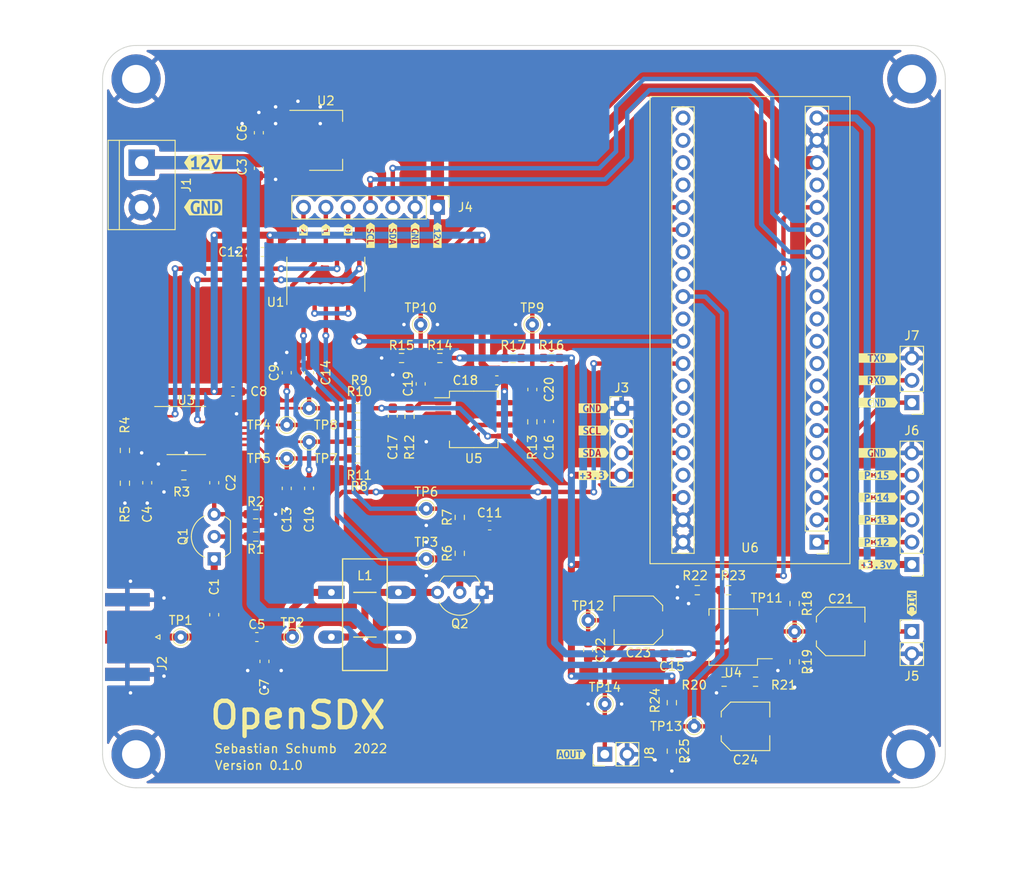
<source format=kicad_pcb>
(kicad_pcb (version 20211014) (generator pcbnew)

  (general
    (thickness 1.6)
  )

  (paper "A4")
  (title_block
    (comment 4 "AISLER Project ID: TRKRFPJH")
  )

  (layers
    (0 "F.Cu" signal)
    (31 "B.Cu" signal)
    (32 "B.Adhes" user "B.Adhesive")
    (33 "F.Adhes" user "F.Adhesive")
    (34 "B.Paste" user)
    (35 "F.Paste" user)
    (36 "B.SilkS" user "B.Silkscreen")
    (37 "F.SilkS" user "F.Silkscreen")
    (38 "B.Mask" user)
    (39 "F.Mask" user)
    (40 "Dwgs.User" user "User.Drawings")
    (41 "Cmts.User" user "User.Comments")
    (42 "Eco1.User" user "User.Eco1")
    (43 "Eco2.User" user "User.Eco2")
    (44 "Edge.Cuts" user)
    (45 "Margin" user)
    (46 "B.CrtYd" user "B.Courtyard")
    (47 "F.CrtYd" user "F.Courtyard")
    (48 "B.Fab" user)
    (49 "F.Fab" user)
    (50 "User.1" user)
    (51 "User.2" user)
    (52 "User.3" user)
    (53 "User.4" user)
    (54 "User.5" user)
    (55 "User.6" user)
    (56 "User.7" user)
    (57 "User.8" user)
    (58 "User.9" user)
  )

  (setup
    (stackup
      (layer "F.SilkS" (type "Top Silk Screen"))
      (layer "F.Paste" (type "Top Solder Paste"))
      (layer "F.Mask" (type "Top Solder Mask") (thickness 0.01))
      (layer "F.Cu" (type "copper") (thickness 0.035))
      (layer "dielectric 1" (type "core") (thickness 1.51) (material "FR4") (epsilon_r 4.5) (loss_tangent 0.02))
      (layer "B.Cu" (type "copper") (thickness 0.035))
      (layer "B.Mask" (type "Bottom Solder Mask") (thickness 0.01))
      (layer "B.Paste" (type "Bottom Solder Paste"))
      (layer "B.SilkS" (type "Bottom Silk Screen"))
      (copper_finish "None")
      (dielectric_constraints no)
    )
    (pad_to_mask_clearance 0)
    (pcbplotparams
      (layerselection 0x00010fc_ffffffff)
      (disableapertmacros false)
      (usegerberextensions false)
      (usegerberattributes true)
      (usegerberadvancedattributes true)
      (creategerberjobfile true)
      (svguseinch false)
      (svgprecision 6)
      (excludeedgelayer true)
      (plotframeref false)
      (viasonmask false)
      (mode 1)
      (useauxorigin false)
      (hpglpennumber 1)
      (hpglpenspeed 20)
      (hpglpendiameter 15.000000)
      (dxfpolygonmode true)
      (dxfimperialunits true)
      (dxfusepcbnewfont true)
      (psnegative false)
      (psa4output false)
      (plotreference true)
      (plotvalue true)
      (plotinvisibletext false)
      (sketchpadsonfab false)
      (subtractmaskfromsilk false)
      (outputformat 1)
      (mirror false)
      (drillshape 1)
      (scaleselection 1)
      (outputdirectory "")
    )
  )

  (net 0 "")
  (net 1 "Net-(C1-Pad2)")
  (net 2 "Net-(Q1-Pad2)")
  (net 3 "Net-(C2-Pad1)")
  (net 4 "GND")
  (net 5 "Net-(Q2-Pad2)")
  (net 6 "Net-(L1-Pad2)")
  (net 7 "RF")
  (net 8 "Net-(C5-Pad2)")
  (net 9 "Net-(C9-Pad1)")
  (net 10 "Net-(C13-Pad1)")
  (net 11 "Net-(R7-Pad2)")
  (net 12 "Net-(C10-Pad1)")
  (net 13 "Net-(C14-Pad1)")
  (net 14 "ADC_Q")
  (net 15 "ADC_I")
  (net 16 "Net-(C21-Pad1)")
  (net 17 "A_OUT")
  (net 18 "ADC_MIC")
  (net 19 "Net-(J8-Pad1)")
  (net 20 "CLK0")
  (net 21 "Net-(U1-Pad8)")
  (net 22 "CLK1")
  (net 23 "Net-(U1-Pad10)")
  (net 24 "BIAS_PWM")
  (net 25 "+5V")
  (net 26 "+12V")
  (net 27 "unconnected-(U3-Pad3)")
  (net 28 "unconnected-(U3-Pad4)")
  (net 29 "unconnected-(U3-Pad5)")
  (net 30 "unconnected-(U3-Pad6)")
  (net 31 "unconnected-(U3-Pad7)")
  (net 32 "Net-(C2-Pad2)")
  (net 33 "Net-(C24-Pad2)")
  (net 34 "Net-(R20-Pad1)")
  (net 35 "Net-(C23-Pad1)")
  (net 36 "Net-(R22-Pad1)")
  (net 37 "Net-(C17-Pad2)")
  (net 38 "Net-(R11-Pad2)")
  (net 39 "Net-(C17-Pad1)")
  (net 40 "SDA_PLL")
  (net 41 "SCL_PLL")
  (net 42 "RX_EN")
  (net 43 "unconnected-(U6-Pad11)")
  (net 44 "unconnected-(U6-Pad12)")
  (net 45 "SDA_DISP")
  (net 46 "SCL_DISP")
  (net 47 "unconnected-(U6-Pad21)")
  (net 48 "unconnected-(U6-Pad22)")
  (net 49 "unconnected-(U6-Pad30)")
  (net 50 "+3.3V")
  (net 51 "unconnected-(U6-Pad37)")
  (net 52 "Net-(J6-Pad3)")
  (net 53 "Net-(C16-Pad1)")
  (net 54 "Net-(R9-Pad2)")
  (net 55 "Net-(C16-Pad2)")
  (net 56 "Net-(C4-Pad1)")
  (net 57 "Net-(C11-Pad1)")
  (net 58 "Net-(C21-Pad2)")
  (net 59 "CLK2")
  (net 60 "Net-(J6-Pad2)")
  (net 61 "Net-(J6-Pad4)")
  (net 62 "Net-(J6-Pad5)")
  (net 63 "unconnected-(U6-Pad5)")
  (net 64 "unconnected-(U6-Pad34)")
  (net 65 "unconnected-(U6-Pad33)")
  (net 66 "unconnected-(U6-Pad8)")
  (net 67 "unconnected-(U6-Pad13)")
  (net 68 "unconnected-(U6-Pad9)")
  (net 69 "unconnected-(U6-Pad10)")
  (net 70 "unconnected-(U6-Pad28)")
  (net 71 "unconnected-(U6-Pad27)")
  (net 72 "unconnected-(U6-Pad24)")
  (net 73 "unconnected-(U6-Pad17)")
  (net 74 "unconnected-(U6-Pad23)")
  (net 75 "Net-(U1-Pad1)")
  (net 76 "Net-(U1-Pad3)")
  (net 77 "Net-(J7-Pad1)")
  (net 78 "Net-(J7-Pad2)")

  (footprint "MountingHole:MountingHole_3.2mm_M3_DIN965_Pad_TopBottom" (layer "F.Cu") (at 54.61 131.445))

  (footprint "Capacitor_SMD:C_0603_1608Metric_Pad1.08x0.95mm_HandSolder" (layer "F.Cu") (at 63.5 115.57 90))

  (footprint "TestPoint:TestPoint_THTPad_D1.5mm_Drill0.7mm" (layer "F.Cu") (at 118.11 128.27))

  (footprint "TestPoint:TestPoint_THTPad_D1.5mm_Drill0.7mm" (layer "F.Cu") (at 129.54 117.475))

  (footprint "Resistor_SMD:R_0603_1608Metric_Pad0.98x0.95mm_HandSolder" (layer "F.Cu") (at 79.815 92.075))

  (footprint "Capacitor_SMD:C_0603_1608Metric_Pad1.08x0.95mm_HandSolder" (layer "F.Cu") (at 69.215 120.8775 -90))

  (footprint "Resistor_SMD:R_0603_1608Metric_Pad0.98x0.95mm_HandSolder" (layer "F.Cu") (at 85.725 92.9875 90))

  (footprint "Resistor_SMD:R_0603_1608Metric_Pad0.98x0.95mm_HandSolder" (layer "F.Cu") (at 101.8775 86.36))

  (footprint "kibuzzard-63972C1C" (layer "F.Cu") (at 139.065 99.695))

  (footprint "Resistor_SMD:R_0603_1608Metric_Pad0.98x0.95mm_HandSolder" (layer "F.Cu") (at 129.54 114.3 -90))

  (footprint "Connector_PinHeader_2.54mm:PinHeader_1x07_P2.54mm_Vertical" (layer "F.Cu") (at 88.9 69.215 -90))

  (footprint "kibuzzard-63972ADE" (layer "F.Cu") (at 104.14 131.445))

  (footprint "kibuzzard-639729AB" (layer "F.Cu") (at 73.66 71.755 -90))

  (footprint "Resistor_SMD:R_0603_1608Metric_Pad0.98x0.95mm_HandSolder" (layer "F.Cu") (at 68.2225 104.14))

  (footprint "Package_SO:SO-8_5.3x6.2mm_P1.27mm" (layer "F.Cu") (at 93.0275 93.345))

  (footprint "Connector_Coaxial:SMA_Amphenol_132289_EdgeMount" (layer "F.Cu") (at 53.6225 118.11 180))

  (footprint "TestPoint:TestPoint_THTPad_D1.5mm_Drill0.7mm" (layer "F.Cu") (at 74.295 95.885))

  (footprint "Capacitor_SMD:C_0603_1608Metric_Pad1.08x0.95mm_HandSolder" (layer "F.Cu") (at 115.57 120.015 180))

  (footprint "MountingHole:MountingHole_3.2mm_M3_DIN965_Pad_TopBottom" (layer "F.Cu") (at 54.61 54.61))

  (footprint "kibuzzard-63972BCB" (layer "F.Cu") (at 139.065 97.155))

  (footprint "TestPoint:TestPoint_THTPad_D1.5mm_Drill0.7mm" (layer "F.Cu") (at 59.69 118.11))

  (footprint "kibuzzard-63972A34" (layer "F.Cu") (at 106.68 99.695))

  (footprint "kibuzzard-63972897" (layer "F.Cu") (at 62.23 64.135))

  (footprint "Capacitor_SMD:C_0603_1608Metric_Pad1.08x0.95mm_HandSolder" (layer "F.Cu") (at 74.295 88.0375 90))

  (footprint "Package_TO_SOT_THT:TO-92_Inline_Wide" (layer "F.Cu") (at 93.98 113.03 180))

  (footprint "Resistor_SMD:R_0603_1608Metric_Pad0.98x0.95mm_HandSolder" (layer "F.Cu") (at 53.34 100.6075 -90))

  (footprint "Capacitor_SMD:C_0603_1608Metric_Pad1.08x0.95mm_HandSolder" (layer "F.Cu") (at 68.58 64.77 -90))

  (footprint "Package_TO_SOT_THT:TO-92_Inline_Wide" (layer "F.Cu") (at 63.5 109.22 90))

  (footprint "Resistor_SMD:R_0603_1608Metric_Pad0.98x0.95mm_HandSolder" (layer "F.Cu") (at 79.815 97.79))

  (footprint "TestPoint:TestPoint_THTPad_D1.5mm_Drill0.7mm" (layer "F.Cu") (at 74.295 92.075))

  (footprint "Connector_PinHeader_2.54mm:PinHeader_1x06_P2.54mm_Vertical" (layer "F.Cu") (at 142.875 109.855 180))

  (footprint "kibuzzard-63972C14" (layer "F.Cu") (at 139.065 102.235))

  (footprint "TestPoint:TestPoint_THTPad_D1.5mm_Drill0.7mm" (layer "F.Cu") (at 87.63 103.505))

  (footprint "Connector_PinHeader_2.54mm:PinHeader_1x03_P2.54mm_Vertical" (layer "F.Cu") (at 142.875 91.44 180))

  (footprint "TestPoint:TestPoint_THTPad_D1.5mm_Drill0.7mm" (layer "F.Cu") (at 107.95 125.73))

  (footprint "kibuzzard-63972A59" (layer "F.Cu") (at 106.68 92.075))

  (footprint "Resistor_SMD:R_0603_1608Metric_Pad0.98x0.95mm_HandSolder" (layer "F.Cu") (at 115.57 131.0875 -90))

  (footprint "Capacitor_SMD:C_0603_1608Metric_Pad1.08x0.95mm_HandSolder" (layer "F.Cu") (at 63.5 100.5575 90))

  (footprint "Capacitor_SMD:C_0603_1608Metric_Pad1.08x0.95mm_HandSolder" (layer "F.Cu") (at 99.695 89.9425 90))

  (footprint "Resistor_SMD:R_0603_1608Metric_Pad0.98x0.95mm_HandSolder" (layer "F.Cu") (at 84.8125 86.36))

  (footprint "Resistor_SMD:R_0603_1608Metric_Pad0.98x0.95mm_HandSolder" (layer "F.Cu") (at 121.5155 123.19 180))

  (footprint "TestPoint:TestPoint_THTPad_D1.5mm_Drill0.7mm" (layer "F.Cu") (at 72.39 118.11))

  (footprint "TestPoint:TestPoint_THTPad_D1.5mm_Drill0.7mm" (layer "F.Cu") (at 86.995 82.55))

  (footprint "Resistor_SMD:R_0603_1608Metric_Pad0.98x0.95mm_HandSolder" (layer "F.Cu") (at 79.815 93.98))

  (footprint "Capacitor_SMD:C_0603_1608Metric_Pad1.08x0.95mm_HandSolder" (layer "F.Cu") (at 106.045 119.6075 -90))

  (footprint "Resistor_SMD:R_0603_1608Metric_Pad0.98x0.95mm_HandSolder" (layer "F.Cu") (at 122.0235 112.776 180))

  (footprint "kibuzzard-63972C01" (layer "F.Cu") (at 139.065 107.315))

  (footprint "kibuzzard-63972C0D" (layer "F.Cu") (at 139.065 104.775))

  (footprint "Capacitor_SMD:C_0603_1608Metric_Pad1.08x0.95mm_HandSolder" (layer "F.Cu") (at 94.8425 105.41))

  (footprint "Capacitor_SMD:C_0603_1608Metric_Pad1.08x0.95mm_HandSolder" (layer "F.Cu") (at 71.755 101.1925 -90))

  (footprint "TestPoint:TestPoint_THTPad_D1.5mm_Drill0.7mm" (layer "F.Cu") (at 99.695 82.55))

  (footprint "Package_SO:SO-8_5.3x6.2mm_P1.27mm" (layer "F.Cu") (at 122.555 118.11 180))

  (footprint "MountingHole:MountingHole_3.2mm_M3_DIN965_Pad_TopBottom" (layer "F.Cu") (at 142.748 131.445))

  (footprint "Package_SO:TSSOP-16_4.4x5mm_P0.65mm" (layer "F.Cu") (at 60.325 94.615))

  (footprint "Connector_PinHeader_2.54mm:PinHeader_1x02_P2.54mm_Vertical" (layer "F.Cu") (at 107.94 131.445 90))

  (footprint "kibuzzard-63972E7D" (layer "F.Cu") (at 139.065 91.44))

  (footprint "Resistor_SMD:R_0603_1608Metric_Pad0.98x0.95mm_HandSolder" (layer "F.Cu") (at 97.5125 86.36))

  (footprint "Capacitor_SMD:C_0603_1608Metric_Pad1.08x0.95mm_HandSolder" (layer "F.Cu") (at 68.58 60.7325 90))

  (footprint "Resistor_SMD:R_0603_1608Metric_Pad0.98x0.95mm_HandSolder" (layer "F.Cu") (at 125.095 123.19 180))

  (footprint "Capacitor_SMD:C_Elec_5x5.8" (layer "F.Cu")
    (tedit 5BC8D926) (tstamp 90d29924-27cf-4bdc-aa2c-cfb0163709be)
    (at 134.7775 117.475)
    (descr "SMD capacitor, aluminum electrolytic nonpolar, 5.0x5.8mm")
    (tags "capacitor electrolyic nonpolar")
    (property "Sheetfile" "opensdx.kicad_sch")
    (property "Sheetname" "")
    (path "/f8daa350-01af-4818-9687-b1a76402565c")
    (attr smd)
    (fp_text reference "C21" (at 0 -3.7) (layer "F.
... [1139486 chars truncated]
</source>
